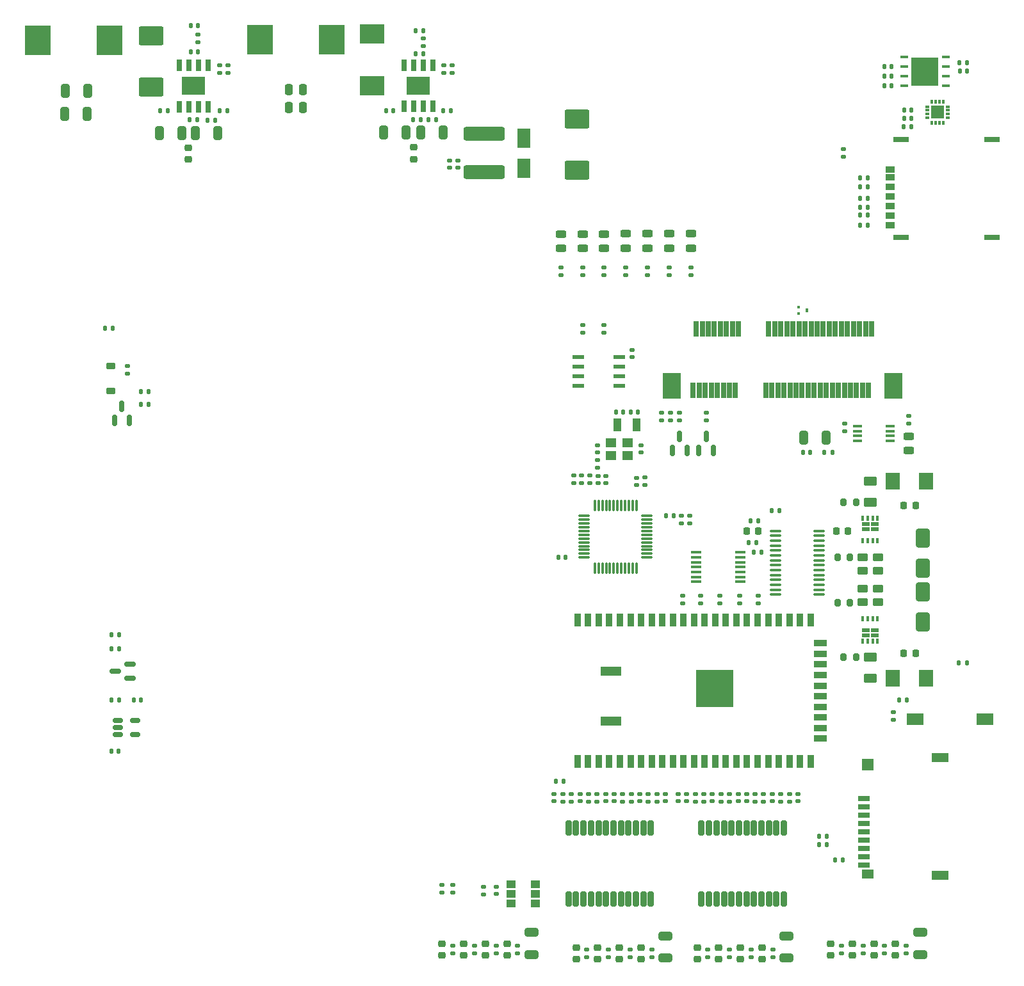
<source format=gtp>
G04 #@! TF.GenerationSoftware,KiCad,Pcbnew,7.0.6-0*
G04 #@! TF.CreationDate,2023-12-12T12:04:17-03:00*
G04 #@! TF.ProjectId,nervosinho_rev2.4,6e657276-6f73-4696-9e68-6f5f72657632,rev?*
G04 #@! TF.SameCoordinates,Original*
G04 #@! TF.FileFunction,Paste,Top*
G04 #@! TF.FilePolarity,Positive*
%FSLAX46Y46*%
G04 Gerber Fmt 4.6, Leading zero omitted, Abs format (unit mm)*
G04 Created by KiCad (PCBNEW 7.0.6-0) date 2023-12-12 12:04:17*
%MOMM*%
%LPD*%
G01*
G04 APERTURE LIST*
G04 Aperture macros list*
%AMRoundRect*
0 Rectangle with rounded corners*
0 $1 Rounding radius*
0 $2 $3 $4 $5 $6 $7 $8 $9 X,Y pos of 4 corners*
0 Add a 4 corners polygon primitive as box body*
4,1,4,$2,$3,$4,$5,$6,$7,$8,$9,$2,$3,0*
0 Add four circle primitives for the rounded corners*
1,1,$1+$1,$2,$3*
1,1,$1+$1,$4,$5*
1,1,$1+$1,$6,$7*
1,1,$1+$1,$8,$9*
0 Add four rect primitives between the rounded corners*
20,1,$1+$1,$2,$3,$4,$5,0*
20,1,$1+$1,$4,$5,$6,$7,0*
20,1,$1+$1,$6,$7,$8,$9,0*
20,1,$1+$1,$8,$9,$2,$3,0*%
G04 Aperture macros list end*
%ADD10R,0.660400X2.108200*%
%ADD11R,2.438400X3.352800*%
%ADD12RoundRect,0.225000X0.250000X-0.225000X0.250000X0.225000X-0.250000X0.225000X-0.250000X-0.225000X0*%
%ADD13R,1.000000X1.800000*%
%ADD14R,1.270000X1.000000*%
%ADD15RoundRect,0.135000X0.185000X-0.135000X0.185000X0.135000X-0.185000X0.135000X-0.185000X-0.135000X0*%
%ADD16RoundRect,0.140000X-0.140000X-0.170000X0.140000X-0.170000X0.140000X0.170000X-0.140000X0.170000X0*%
%ADD17RoundRect,0.135000X-0.185000X0.135000X-0.185000X-0.135000X0.185000X-0.135000X0.185000X0.135000X0*%
%ADD18RoundRect,0.140000X0.170000X-0.140000X0.170000X0.140000X-0.170000X0.140000X-0.170000X-0.140000X0*%
%ADD19RoundRect,0.140000X0.140000X0.170000X-0.140000X0.170000X-0.140000X-0.170000X0.140000X-0.170000X0*%
%ADD20RoundRect,0.135000X0.135000X0.185000X-0.135000X0.185000X-0.135000X-0.185000X0.135000X-0.185000X0*%
%ADD21RoundRect,0.140000X-0.170000X0.140000X-0.170000X-0.140000X0.170000X-0.140000X0.170000X0.140000X0*%
%ADD22RoundRect,0.135000X-0.135000X-0.185000X0.135000X-0.185000X0.135000X0.185000X-0.135000X0.185000X0*%
%ADD23RoundRect,0.100000X-0.637500X-0.100000X0.637500X-0.100000X0.637500X0.100000X-0.637500X0.100000X0*%
%ADD24RoundRect,0.243750X0.456250X-0.243750X0.456250X0.243750X-0.456250X0.243750X-0.456250X-0.243750X0*%
%ADD25RoundRect,0.250000X-0.325000X-0.650000X0.325000X-0.650000X0.325000X0.650000X-0.325000X0.650000X0*%
%ADD26RoundRect,0.147500X0.172500X-0.147500X0.172500X0.147500X-0.172500X0.147500X-0.172500X-0.147500X0*%
%ADD27R,0.650000X1.525000*%
%ADD28R,3.100000X2.400000*%
%ADD29R,0.450000X0.400000*%
%ADD30R,0.450000X0.500000*%
%ADD31RoundRect,0.195000X-0.195000X0.805000X-0.195000X-0.805000X0.195000X-0.805000X0.195000X0.805000X0*%
%ADD32RoundRect,0.147500X-0.147500X-0.172500X0.147500X-0.172500X0.147500X0.172500X-0.147500X0.172500X0*%
%ADD33R,1.800000X2.500000*%
%ADD34R,0.300000X0.570000*%
%ADD35R,0.570000X0.300000*%
%ADD36R,1.750000X1.750000*%
%ADD37RoundRect,0.218750X0.256250X-0.218750X0.256250X0.218750X-0.256250X0.218750X-0.256250X-0.218750X0*%
%ADD38R,1.879600X2.260600*%
%ADD39RoundRect,0.225000X-0.375000X0.225000X-0.375000X-0.225000X0.375000X-0.225000X0.375000X0.225000X0*%
%ADD40R,1.600000X0.600000*%
%ADD41R,1.550000X0.600000*%
%ADD42RoundRect,0.200000X-0.200000X-0.275000X0.200000X-0.275000X0.200000X0.275000X-0.200000X0.275000X0*%
%ADD43RoundRect,0.225000X0.225000X0.250000X-0.225000X0.250000X-0.225000X-0.250000X0.225000X-0.250000X0*%
%ADD44RoundRect,0.250000X-0.450000X0.262500X-0.450000X-0.262500X0.450000X-0.262500X0.450000X0.262500X0*%
%ADD45R,3.500000X4.000000*%
%ADD46R,1.000000X0.600000*%
%ADD47R,0.420000X0.700000*%
%ADD48RoundRect,0.243750X-0.456250X0.243750X-0.456250X-0.243750X0.456250X-0.243750X0.456250X0.243750X0*%
%ADD49RoundRect,0.250000X-0.650000X0.325000X-0.650000X-0.325000X0.650000X-0.325000X0.650000X0.325000X0*%
%ADD50R,1.600200X0.711200*%
%ADD51R,1.498600X1.193800*%
%ADD52R,2.209800X1.193800*%
%ADD53R,1.498600X1.600200*%
%ADD54RoundRect,0.250000X0.625000X-0.375000X0.625000X0.375000X-0.625000X0.375000X-0.625000X-0.375000X0*%
%ADD55RoundRect,0.250000X0.325000X0.650000X-0.325000X0.650000X-0.325000X-0.650000X0.325000X-0.650000X0*%
%ADD56R,3.300000X2.500000*%
%ADD57RoundRect,0.075000X-0.075000X0.662500X-0.075000X-0.662500X0.075000X-0.662500X0.075000X0.662500X0*%
%ADD58RoundRect,0.075000X-0.662500X0.075000X-0.662500X-0.075000X0.662500X-0.075000X0.662500X0.075000X0*%
%ADD59RoundRect,0.150000X0.587500X0.150000X-0.587500X0.150000X-0.587500X-0.150000X0.587500X-0.150000X0*%
%ADD60RoundRect,0.250000X0.650000X-1.000000X0.650000X1.000000X-0.650000X1.000000X-0.650000X-1.000000X0*%
%ADD61R,1.150000X0.350000*%
%ADD62RoundRect,0.250000X0.250000X0.475000X-0.250000X0.475000X-0.250000X-0.475000X0.250000X-0.475000X0*%
%ADD63RoundRect,0.250000X1.400000X1.000000X-1.400000X1.000000X-1.400000X-1.000000X1.400000X-1.000000X0*%
%ADD64RoundRect,0.225000X-0.225000X-0.250000X0.225000X-0.250000X0.225000X0.250000X-0.225000X0.250000X0*%
%ADD65RoundRect,0.150000X0.150000X-0.587500X0.150000X0.587500X-0.150000X0.587500X-0.150000X-0.587500X0*%
%ADD66RoundRect,0.150000X-0.512500X-0.150000X0.512500X-0.150000X0.512500X0.150000X-0.512500X0.150000X0*%
%ADD67RoundRect,0.250000X-1.400000X-1.000000X1.400000X-1.000000X1.400000X1.000000X-1.400000X1.000000X0*%
%ADD68R,1.400000X1.200000*%
%ADD69R,1.143000X0.812800*%
%ADD70R,2.108200X0.711200*%
%ADD71RoundRect,0.147500X-0.172500X0.147500X-0.172500X-0.147500X0.172500X-0.147500X0.172500X0.147500X0*%
%ADD72R,2.180000X1.600000*%
%ADD73R,1.409700X0.355600*%
%ADD74RoundRect,0.250000X2.450000X-0.650000X2.450000X0.650000X-2.450000X0.650000X-2.450000X-0.650000X0*%
%ADD75R,0.900000X1.800000*%
%ADD76R,1.800000X0.900000*%
%ADD77R,5.000000X5.000000*%
%ADD78R,2.700000X1.200000*%
%ADD79R,1.112398X0.457200*%
%ADD80R,3.606800X3.708400*%
%ADD81RoundRect,0.250000X-0.650000X1.000000X-0.650000X-1.000000X0.650000X-1.000000X0.650000X1.000000X0*%
%ADD82RoundRect,0.250000X-0.625000X0.375000X-0.625000X-0.375000X0.625000X-0.375000X0.625000X0.375000X0*%
G04 APERTURE END LIST*
G36*
X121943978Y-19491793D02*
G01*
X120340578Y-19491793D01*
X120340578Y-17837593D01*
X121943978Y-17837593D01*
X121943978Y-19491793D01*
G37*
G36*
X121943978Y-17637593D02*
G01*
X120340578Y-17637593D01*
X120340578Y-15983393D01*
X121943978Y-15983393D01*
X121943978Y-17637593D01*
G37*
G36*
X120140578Y-19491793D02*
G01*
X118537178Y-19491793D01*
X118537178Y-17837593D01*
X120140578Y-17837593D01*
X120140578Y-19491793D01*
G37*
G36*
X120140578Y-17637593D02*
G01*
X118537178Y-17637593D01*
X118537178Y-15983393D01*
X120140578Y-15983393D01*
X120140578Y-17637593D01*
G37*
D10*
X89598998Y-59942001D03*
X89999000Y-51742000D03*
X90398999Y-59942001D03*
X90798998Y-51742000D03*
X91199000Y-59942001D03*
X91598999Y-51742000D03*
X91998998Y-59942001D03*
X92398998Y-51742000D03*
X92798999Y-59942001D03*
X93198998Y-51742000D03*
X93598998Y-59942001D03*
X93998999Y-51742000D03*
X94398999Y-59942001D03*
X94798998Y-51742000D03*
X95198997Y-59942001D03*
X95598999Y-51742000D03*
X99198998Y-59942001D03*
X99598997Y-51742000D03*
X99998999Y-59942001D03*
X100398998Y-51742000D03*
X100798997Y-59942001D03*
X101198999Y-51742000D03*
X101598998Y-59942001D03*
X101998997Y-51742000D03*
X102398997Y-59942001D03*
X102798998Y-51742000D03*
X103198998Y-59942001D03*
X103598997Y-51742000D03*
X103998999Y-59942001D03*
X104398998Y-51742000D03*
X104798997Y-59942001D03*
X105198999Y-51742000D03*
X105598998Y-59942001D03*
X105998997Y-51742000D03*
X106398996Y-59942001D03*
X106798998Y-51742000D03*
X107198997Y-59942001D03*
X107598996Y-51742000D03*
X107998998Y-59942001D03*
X108398997Y-51742000D03*
X108798997Y-59942001D03*
X109198996Y-51742000D03*
X109598998Y-59942001D03*
X109998997Y-51742000D03*
X110398996Y-59942001D03*
X110798998Y-51742000D03*
X111198997Y-59942001D03*
X111598996Y-51742000D03*
X111998998Y-59942001D03*
X112398997Y-51742000D03*
X112798996Y-59942001D03*
X113198995Y-51742000D03*
D11*
X86749002Y-59319701D03*
X116048994Y-59319701D03*
D12*
X79835716Y-135163813D03*
X79835716Y-133613813D03*
D13*
X79601980Y-64481773D03*
X82101980Y-64481773D03*
D14*
X68754000Y-127769000D03*
X68754000Y-126499000D03*
X68754000Y-125229000D03*
X65554000Y-125229000D03*
X65554000Y-126499000D03*
X65554000Y-127769000D03*
D15*
X28123573Y-17936573D03*
X28123573Y-16916573D03*
D16*
X124848702Y-17642593D03*
X125808702Y-17642593D03*
D17*
X75551074Y-133878813D03*
X75551074Y-134898813D03*
D18*
X77011980Y-72165441D03*
X77011980Y-71205441D03*
D19*
X24163573Y-15155573D03*
X23203573Y-15155573D03*
D12*
X113495716Y-134676773D03*
X113495716Y-133126773D03*
D20*
X109395000Y-122082000D03*
X108375000Y-122082000D03*
X100980000Y-75836000D03*
X99960000Y-75836000D03*
D15*
X74967921Y-44675573D03*
X74967921Y-43655573D03*
D16*
X79381980Y-62751773D03*
X80341980Y-62751773D03*
D19*
X49958573Y-22906773D03*
X48998573Y-22906773D03*
D17*
X81263930Y-133878813D03*
X81263930Y-134898813D03*
D21*
X109642821Y-64319872D03*
X109642821Y-65279872D03*
D22*
X25411573Y-24211973D03*
X26431573Y-24211973D03*
D23*
X100505491Y-78494273D03*
X100505491Y-79144273D03*
X100505491Y-79794273D03*
X100505491Y-80444273D03*
X100505491Y-81094273D03*
X100505491Y-81744273D03*
X100505491Y-82394273D03*
X100505491Y-83044273D03*
X100505491Y-83694273D03*
X100505491Y-84344273D03*
X100505491Y-84994273D03*
X100505491Y-85644273D03*
X100505491Y-86294273D03*
X100505491Y-86944273D03*
X106230491Y-86944273D03*
X106230491Y-86294273D03*
X106230491Y-85644273D03*
X106230491Y-84994273D03*
X106230491Y-84344273D03*
X106230491Y-83694273D03*
X106230491Y-83044273D03*
X106230491Y-82394273D03*
X106230491Y-81744273D03*
X106230491Y-81094273D03*
X106230491Y-80444273D03*
X106230491Y-79794273D03*
X106230491Y-79144273D03*
X106230491Y-78494273D03*
D24*
X118101021Y-67870972D03*
X118101021Y-65995972D03*
D19*
X82321980Y-62751773D03*
X81361980Y-62751773D03*
D25*
X6541573Y-23307973D03*
X9491573Y-23307973D03*
D17*
X78407502Y-133878813D03*
X78407502Y-134898813D03*
D25*
X48665573Y-25807573D03*
X51615573Y-25807573D03*
D26*
X61873000Y-126599000D03*
X61873000Y-125629000D03*
D21*
X103445051Y-113330057D03*
X103445051Y-114290057D03*
D27*
X21628573Y-22354973D03*
X22898573Y-22354973D03*
X24168573Y-22354973D03*
X25438573Y-22354973D03*
X25438573Y-16930973D03*
X24168573Y-16930973D03*
X22898573Y-16930973D03*
X21628573Y-16930973D03*
D28*
X23533573Y-19642973D03*
D17*
X63553930Y-133391773D03*
X63553930Y-134411773D03*
D22*
X111671279Y-35647593D03*
X112691279Y-35647593D03*
D15*
X91020435Y-114320057D03*
X91020435Y-113300057D03*
D12*
X92976787Y-135163813D03*
X92976787Y-133613813D03*
D16*
X86032804Y-76531773D03*
X86992804Y-76531773D03*
D18*
X81518573Y-55516773D03*
X81518573Y-54556773D03*
D29*
X103516998Y-48929419D03*
X103516998Y-49729419D03*
D30*
X104666998Y-49329419D03*
D31*
X101598573Y-117850183D03*
X100608573Y-117850183D03*
X99618573Y-117850183D03*
X98628573Y-117850183D03*
X97638573Y-117850183D03*
X96648573Y-117850183D03*
X95658573Y-117850183D03*
X94668573Y-117850183D03*
X93678573Y-117850183D03*
X92688573Y-117850183D03*
X91698573Y-117850183D03*
X90708573Y-117850183D03*
X90708573Y-127250183D03*
X91698573Y-127250183D03*
X92688573Y-127250183D03*
X93678573Y-127250183D03*
X94668573Y-127250183D03*
X95658573Y-127250183D03*
X96648573Y-127250183D03*
X97638573Y-127250183D03*
X98628573Y-127250183D03*
X99618573Y-127250183D03*
X100608573Y-127250183D03*
X101598573Y-127250183D03*
D32*
X97618573Y-81346773D03*
X98588573Y-81346773D03*
D33*
X67178573Y-30511773D03*
X67178573Y-26511773D03*
D17*
X116068000Y-102496000D03*
X116068000Y-103516000D03*
D34*
X121154464Y-24472593D03*
X121654464Y-24472593D03*
X122154464Y-24472593D03*
X122654464Y-24472593D03*
D35*
X123269464Y-23857593D03*
X123269464Y-23357593D03*
X123269464Y-22857593D03*
X123269464Y-22357593D03*
D34*
X122654464Y-21742593D03*
X122154464Y-21742593D03*
X121654464Y-21742593D03*
X121154464Y-21742593D03*
D35*
X120539464Y-22357593D03*
X120539464Y-22857593D03*
X120539464Y-23357593D03*
X120539464Y-23857593D03*
D36*
X121904464Y-23107593D03*
D15*
X72366265Y-114320057D03*
X72366265Y-113300057D03*
X88083573Y-77506773D03*
X88083573Y-76486773D03*
D12*
X107782860Y-134676773D03*
X107782860Y-133126773D03*
D16*
X15625000Y-100861000D03*
X16585000Y-100861000D03*
D37*
X52635973Y-29345073D03*
X52635973Y-27770073D03*
D21*
X63606000Y-125593000D03*
X63606000Y-126553000D03*
D32*
X97223573Y-77161773D03*
X98193573Y-77161773D03*
X104106473Y-68095796D03*
X105076473Y-68095796D03*
D15*
X80712031Y-44672711D03*
X80712031Y-43652711D03*
D18*
X73783573Y-72156773D03*
X73783573Y-71196773D03*
D38*
X120428373Y-98011773D03*
X116008773Y-98011773D03*
D37*
X22888573Y-29368073D03*
X22888573Y-27793073D03*
D15*
X24164573Y-13863573D03*
X24164573Y-12843573D03*
D18*
X82101980Y-72450350D03*
X82101980Y-71490350D03*
D39*
X12604573Y-56692573D03*
X12604573Y-59992573D03*
D17*
X90592000Y-87096000D03*
X90592000Y-88116000D03*
D20*
X107240181Y-118926773D03*
X106220181Y-118926773D03*
D17*
X94413511Y-113300057D03*
X94413511Y-114320057D03*
D15*
X81407801Y-114320057D03*
X81407801Y-113300057D03*
D18*
X58463573Y-30441773D03*
X58463573Y-29481773D03*
D17*
X101179663Y-113300057D03*
X101179663Y-114320057D03*
D40*
X74418573Y-55511773D03*
D41*
X74418573Y-56781773D03*
X74418573Y-58051773D03*
X74418573Y-59321773D03*
X79818573Y-59321773D03*
X79818573Y-58051773D03*
X79818573Y-56781773D03*
X79818573Y-55511773D03*
D19*
X112661279Y-38017593D03*
X111701279Y-38017593D03*
D17*
X74863573Y-71166773D03*
X74863573Y-72186773D03*
X57841074Y-125341000D03*
X57841074Y-126361000D03*
D12*
X110639288Y-134676773D03*
X110639288Y-133126773D03*
D42*
X109476173Y-74726773D03*
X111126173Y-74726773D03*
D17*
X102317355Y-113300057D03*
X102317355Y-114320057D03*
D19*
X72728573Y-82031773D03*
X71768573Y-82031773D03*
D18*
X100051971Y-114290057D03*
X100051971Y-113330057D03*
D43*
X118993573Y-94734273D03*
X117443573Y-94734273D03*
D17*
X76897033Y-113300057D03*
X76897033Y-114320057D03*
D44*
X112032373Y-81989273D03*
X112032373Y-83814273D03*
D15*
X97786587Y-114320057D03*
X97786587Y-113300057D03*
D45*
X12435573Y-13614973D03*
X2935573Y-13614973D03*
D21*
X82738707Y-67191773D03*
X82738707Y-68151773D03*
D22*
X117444578Y-25002593D03*
X118464578Y-25002593D03*
D25*
X19053573Y-25896573D03*
X22003573Y-25896573D03*
D32*
X117469578Y-22857593D03*
X118439578Y-22857593D03*
D46*
X112453573Y-78280393D03*
X113583573Y-78280393D03*
X112453573Y-77570393D03*
X113583573Y-77570393D03*
D47*
X112043573Y-76800393D03*
X112693573Y-76800393D03*
X113343573Y-76800393D03*
X113993573Y-76800393D03*
X112043573Y-79800393D03*
X112693573Y-79800393D03*
X113343573Y-79800393D03*
X113993573Y-79800393D03*
D19*
X115845780Y-18372593D03*
X114885780Y-18372593D03*
D15*
X77839976Y-44681773D03*
X77839976Y-43661773D03*
D17*
X93275819Y-113300057D03*
X93275819Y-114320057D03*
D20*
X107240181Y-119986773D03*
X106220181Y-119986773D03*
D48*
X80712031Y-39195073D03*
X80712031Y-41070073D03*
D16*
X52931173Y-15344373D03*
X53891173Y-15344373D03*
D22*
X12675000Y-100861000D03*
X13695000Y-100861000D03*
D15*
X85445373Y-63884554D03*
X85445373Y-62864554D03*
D18*
X78024725Y-114290057D03*
X78024725Y-113330057D03*
D49*
X119628573Y-131606773D03*
X119628573Y-134556773D03*
D12*
X56412860Y-134676773D03*
X56412860Y-133126773D03*
D26*
X83191980Y-72425350D03*
X83191980Y-71455350D03*
D17*
X112067502Y-133391773D03*
X112067502Y-134411773D03*
D50*
X112172619Y-113913296D03*
X112172619Y-115013296D03*
X112172619Y-116113297D03*
X112172619Y-117213297D03*
X112172619Y-118313297D03*
X112172619Y-119413295D03*
X112172619Y-120513295D03*
X112172619Y-121613296D03*
X112172619Y-122713296D03*
D51*
X112678619Y-123910296D03*
D52*
X122272619Y-124040296D03*
D53*
X112673619Y-109440296D03*
D52*
X122272619Y-108540296D03*
D12*
X59269288Y-134676773D03*
X59269288Y-133126773D03*
D44*
X112032373Y-86143394D03*
X112032373Y-87968394D03*
D54*
X113018573Y-74725393D03*
X113018573Y-71925393D03*
D48*
X72095866Y-39204135D03*
X72095866Y-41079135D03*
D17*
X26987573Y-16909573D03*
X26987573Y-17929573D03*
D55*
X9543573Y-20273973D03*
X6593573Y-20273973D03*
D25*
X23810573Y-25896573D03*
X26760573Y-25896573D03*
D49*
X101966072Y-132093813D03*
X101966072Y-135043813D03*
D20*
X17597000Y-61785000D03*
X16577000Y-61785000D03*
D56*
X47127373Y-19632573D03*
X47137373Y-12732573D03*
D22*
X111671279Y-31797593D03*
X112691279Y-31797593D03*
D57*
X82101980Y-75109273D03*
X81601980Y-75109273D03*
X81101980Y-75109273D03*
X80601980Y-75109273D03*
X80101980Y-75109273D03*
X79601980Y-75109273D03*
X79101980Y-75109273D03*
X78601980Y-75109273D03*
X78101980Y-75109273D03*
X77601980Y-75109273D03*
X77101980Y-75109273D03*
X76601980Y-75109273D03*
D58*
X75189480Y-76521773D03*
X75189480Y-77021773D03*
X75189480Y-77521773D03*
X75189480Y-78021773D03*
X75189480Y-78521773D03*
X75189480Y-79021773D03*
X75189480Y-79521773D03*
X75189480Y-80021773D03*
X75189480Y-80521773D03*
X75189480Y-81021773D03*
X75189480Y-81521773D03*
X75189480Y-82021773D03*
D57*
X76601980Y-83434273D03*
X77101980Y-83434273D03*
X77601980Y-83434273D03*
X78101980Y-83434273D03*
X78601980Y-83434273D03*
X79101980Y-83434273D03*
X79601980Y-83434273D03*
X80101980Y-83434273D03*
X80601980Y-83434273D03*
X81101980Y-83434273D03*
X81601980Y-83434273D03*
X82101980Y-83434273D03*
D58*
X83514480Y-82021773D03*
X83514480Y-81521773D03*
X83514480Y-81021773D03*
X83514480Y-80521773D03*
X83514480Y-80021773D03*
X83514480Y-79521773D03*
X83514480Y-79021773D03*
X83514480Y-78521773D03*
X83514480Y-78021773D03*
X83514480Y-77521773D03*
X83514480Y-77021773D03*
X83514480Y-76521773D03*
D15*
X86456141Y-44672711D03*
X86456141Y-43652711D03*
D17*
X56412860Y-125376000D03*
X56412860Y-126396000D03*
D16*
X52931173Y-12300373D03*
X53891173Y-12300373D03*
D19*
X72428573Y-111651773D03*
X71468573Y-111651773D03*
D59*
X15112500Y-98011000D03*
X15112500Y-96111000D03*
X13237500Y-97061000D03*
D12*
X90120359Y-135163813D03*
X90120359Y-133613813D03*
D16*
X12685000Y-107644000D03*
X13645000Y-107644000D03*
D18*
X76965254Y-68151773D03*
X76965254Y-67191773D03*
D17*
X98226000Y-87096000D03*
X98226000Y-88116000D03*
D18*
X57388573Y-30441773D03*
X57388573Y-29481773D03*
D60*
X119951173Y-90534273D03*
X119951173Y-86534273D03*
D26*
X87660418Y-114295057D03*
X87660418Y-113325057D03*
D17*
X117780358Y-133391773D03*
X117780358Y-134411773D03*
D19*
X112661279Y-34537593D03*
X111701279Y-34537593D03*
X112661279Y-36727593D03*
X111701279Y-36727593D03*
D61*
X111303221Y-64637672D03*
X111303221Y-65287672D03*
X111303221Y-65937672D03*
X111303221Y-66587672D03*
X115653221Y-66587672D03*
X115653221Y-65937672D03*
X115653221Y-65287672D03*
X115653221Y-64637672D03*
D21*
X78081980Y-71205441D03*
X78081980Y-72165441D03*
D48*
X89328199Y-39195073D03*
X89328199Y-41070073D03*
D12*
X95833215Y-135163813D03*
X95833215Y-133613813D03*
D62*
X38003573Y-22481773D03*
X36103573Y-22481773D03*
D20*
X17597000Y-60109000D03*
X16577000Y-60109000D03*
D12*
X74122860Y-135163813D03*
X74122860Y-133613813D03*
D63*
X74223573Y-30815273D03*
X74223573Y-24015273D03*
D64*
X117443573Y-75154273D03*
X118993573Y-75154273D03*
D43*
X110083573Y-78491773D03*
X108533573Y-78491773D03*
D17*
X57841074Y-133391773D03*
X57841074Y-134411773D03*
D21*
X88755051Y-113330057D03*
X88755051Y-114290057D03*
D42*
X108696173Y-88004273D03*
X110346173Y-88004273D03*
D17*
X93158000Y-87096000D03*
X93158000Y-88116000D03*
D18*
X82535493Y-114290057D03*
X82535493Y-113330057D03*
D20*
X13695000Y-94079000D03*
X12675000Y-94079000D03*
D22*
X56518573Y-22881773D03*
X57538573Y-22881773D03*
D45*
X41803573Y-13490173D03*
X32303573Y-13490173D03*
D49*
X68258573Y-131606773D03*
X68258573Y-134556773D03*
D17*
X60697502Y-133391773D03*
X60697502Y-134411773D03*
D15*
X73503957Y-114320057D03*
X73503957Y-113300057D03*
D17*
X91312773Y-62864554D03*
X91312773Y-63884554D03*
D12*
X82692144Y-135163813D03*
X82692144Y-133613813D03*
D65*
X86882973Y-67888296D03*
X88782973Y-67888296D03*
X87832973Y-66013296D03*
D17*
X87832973Y-62864554D03*
X87832973Y-63884554D03*
D48*
X86456141Y-39195073D03*
X86456141Y-41070073D03*
D44*
X114021173Y-86133394D03*
X114021173Y-87958394D03*
D66*
X13556500Y-103587000D03*
X13556500Y-104537000D03*
X13556500Y-105487000D03*
X15831500Y-105487000D03*
X15831500Y-103587000D03*
D15*
X89882743Y-114320057D03*
X89882743Y-113300057D03*
D67*
X17982573Y-12993973D03*
X17982573Y-19793973D03*
D17*
X97261429Y-133878813D03*
X97261429Y-134898813D03*
X118101021Y-63324672D03*
X118101021Y-64344672D03*
D22*
X22992573Y-24062573D03*
X24012573Y-24062573D03*
D20*
X117883573Y-100876773D03*
X116863573Y-100876773D03*
D68*
X78751980Y-68521773D03*
X80951980Y-68521773D03*
X80951980Y-66821773D03*
X78751980Y-66821773D03*
D20*
X13695000Y-92224000D03*
X12675000Y-92224000D03*
D21*
X71238573Y-113330057D03*
X71238573Y-114290057D03*
D17*
X57729173Y-16917173D03*
X57729173Y-17937173D03*
D18*
X95541203Y-114290057D03*
X95541203Y-113330057D03*
D31*
X84013573Y-117780183D03*
X83023573Y-117780183D03*
X82033573Y-117780183D03*
X81043573Y-117780183D03*
X80053573Y-117780183D03*
X79063573Y-117780183D03*
X78073573Y-117780183D03*
X77083573Y-117780183D03*
X76093573Y-117780183D03*
X75103573Y-117780183D03*
X74113573Y-117780183D03*
X73123573Y-117780183D03*
X73123573Y-127180183D03*
X74113573Y-127180183D03*
X75103573Y-127180183D03*
X76093573Y-127180183D03*
X77083573Y-127180183D03*
X78073573Y-127180183D03*
X79063573Y-127180183D03*
X80053573Y-127180183D03*
X81043573Y-127180183D03*
X82033573Y-127180183D03*
X83023573Y-127180183D03*
X84013573Y-127180183D03*
D55*
X107209473Y-66165396D03*
X104259473Y-66165396D03*
D15*
X86613773Y-63884554D03*
X86613773Y-62864554D03*
D20*
X97926173Y-80012136D03*
X96906173Y-80012136D03*
D15*
X80270109Y-114320057D03*
X80270109Y-113300057D03*
D22*
X26974573Y-22877973D03*
X27994573Y-22877973D03*
D15*
X72095866Y-44681773D03*
X72095866Y-43661773D03*
D12*
X76979288Y-135163813D03*
X76979288Y-133613813D03*
D42*
X108696173Y-81964273D03*
X110346173Y-81964273D03*
D69*
X115629578Y-32937593D03*
X115629578Y-35477593D03*
X115629578Y-38017593D03*
X115629578Y-31667593D03*
X115629578Y-34207593D03*
X115629578Y-36747593D03*
X115629578Y-30717593D03*
D70*
X117109639Y-39687593D03*
X117109639Y-26687593D03*
X129109580Y-39687593D03*
X129109580Y-26687593D03*
D21*
X85928573Y-113330057D03*
X85928573Y-114290057D03*
X96658895Y-113330057D03*
X96658895Y-114290057D03*
D15*
X76965254Y-70181773D03*
X76965254Y-69161773D03*
D17*
X83663185Y-113300057D03*
X83663185Y-114320057D03*
D64*
X96641173Y-78514273D03*
X98191173Y-78514273D03*
D42*
X109476173Y-95214273D03*
X111126173Y-95214273D03*
D19*
X112661279Y-32937593D03*
X111701279Y-32937593D03*
D22*
X52608573Y-24056773D03*
X53628573Y-24056773D03*
D19*
X20103573Y-22903973D03*
X19143573Y-22903973D03*
D71*
X75921980Y-71190441D03*
X75921980Y-72160441D03*
D48*
X83584086Y-39195073D03*
X83584086Y-41070073D03*
D19*
X118434578Y-23930093D03*
X117474578Y-23930093D03*
X115845780Y-19642593D03*
X114885780Y-19642593D03*
D12*
X116352144Y-134676773D03*
X116352144Y-133126773D03*
X62125716Y-134676773D03*
X62125716Y-133126773D03*
D16*
X23204573Y-11626573D03*
X24164573Y-11626573D03*
D21*
X74631649Y-113330057D03*
X74631649Y-114290057D03*
X79142417Y-113330057D03*
X79142417Y-114290057D03*
D65*
X90362773Y-67888296D03*
X92262773Y-67888296D03*
X91312773Y-66013296D03*
D22*
X11881573Y-51699573D03*
X12901573Y-51699573D03*
D21*
X92148127Y-113330057D03*
X92148127Y-114290057D03*
D72*
X118970000Y-103393000D03*
X128150000Y-103393000D03*
D17*
X84800877Y-113300057D03*
X84800877Y-114320057D03*
D22*
X124745000Y-95972000D03*
X125765000Y-95972000D03*
D49*
X85968573Y-132093813D03*
X85968573Y-135043813D03*
D17*
X66410358Y-133391773D03*
X66410358Y-134411773D03*
X91548573Y-133878813D03*
X91548573Y-134898813D03*
X100117857Y-133878813D03*
X100117857Y-134898813D03*
D15*
X53893773Y-14332373D03*
X53893773Y-13312373D03*
D20*
X107985021Y-68095796D03*
X106965021Y-68095796D03*
D15*
X89328199Y-44672711D03*
X89328199Y-43652711D03*
D17*
X94405001Y-133878813D03*
X94405001Y-134898813D03*
D19*
X115845780Y-17102593D03*
X114885780Y-17102593D03*
D48*
X74967921Y-39215073D03*
X74967921Y-41090073D03*
D62*
X38003573Y-20119573D03*
X36103573Y-20119573D03*
D15*
X109444578Y-28977593D03*
X109444578Y-27957593D03*
X14772573Y-57689573D03*
X14772573Y-56669573D03*
D17*
X84120358Y-133878813D03*
X84120358Y-134898813D03*
D73*
X89960823Y-81346815D03*
X89960823Y-81996801D03*
X89960823Y-82646787D03*
X89960823Y-83296773D03*
X89960823Y-83946759D03*
X89960823Y-84596745D03*
X89960823Y-85246731D03*
X95866323Y-85246731D03*
X95866323Y-84596745D03*
X95866323Y-83946759D03*
X95866323Y-83296773D03*
X95866323Y-82646787D03*
X95866323Y-81996801D03*
X95866323Y-81346815D03*
D74*
X61988573Y-31061773D03*
X61988573Y-25961773D03*
D15*
X83584086Y-44672711D03*
X83584086Y-43652711D03*
D20*
X125838702Y-16562593D03*
X124818702Y-16562593D03*
D17*
X77839976Y-51261000D03*
X77839976Y-52281000D03*
X95725750Y-87096000D03*
X95725750Y-88116000D03*
D44*
X114021173Y-81989273D03*
X114021173Y-83814273D03*
D12*
X98689643Y-135163813D03*
X98689643Y-133613813D03*
D25*
X53612373Y-25809373D03*
X56562373Y-25809373D03*
D75*
X74318573Y-108981773D03*
X75718573Y-108981773D03*
X77118573Y-108981773D03*
X78518573Y-108981773D03*
X79918573Y-108981773D03*
X81318573Y-108981773D03*
X82718573Y-108981773D03*
X84118573Y-108981773D03*
X85518573Y-108981773D03*
X86918573Y-108981773D03*
X88318573Y-108981773D03*
X89718573Y-108981773D03*
X91118573Y-108981773D03*
X92518573Y-108981773D03*
X93918573Y-108981773D03*
X95318573Y-108981773D03*
X96718573Y-108981773D03*
X98118573Y-108981773D03*
X99518573Y-108981773D03*
X100918573Y-108981773D03*
X102318573Y-108981773D03*
X103718573Y-108981773D03*
X105118573Y-108981773D03*
D76*
X106418573Y-105981773D03*
X106418573Y-104581773D03*
X106418573Y-103181773D03*
X106418573Y-101781773D03*
X106418573Y-100381773D03*
X106418573Y-98981773D03*
X106418573Y-97581773D03*
X106418573Y-96181773D03*
X106418573Y-94781773D03*
X106418573Y-93381773D03*
D75*
X105118573Y-90281773D03*
X103718573Y-90281773D03*
X102318573Y-90281773D03*
X100918573Y-90281773D03*
X99518573Y-90281773D03*
X98118573Y-90281773D03*
X96718573Y-90281773D03*
X95318573Y-90281773D03*
X93918573Y-90281773D03*
X92518573Y-90281773D03*
X91118573Y-90281773D03*
X89718573Y-90281773D03*
X88318573Y-90281773D03*
X86918573Y-90281773D03*
X85518573Y-90281773D03*
X84118573Y-90281773D03*
X82718573Y-90281773D03*
X81318573Y-90281773D03*
X79918573Y-90281773D03*
X78518573Y-90281773D03*
X77118573Y-90281773D03*
X75718573Y-90281773D03*
X74318573Y-90281773D03*
D77*
X92418573Y-99381773D03*
D78*
X78718573Y-103681773D03*
X78718573Y-97081773D03*
D17*
X75759341Y-113300057D03*
X75759341Y-114320057D03*
X74967921Y-51261000D03*
X74967921Y-52281000D03*
D48*
X77839976Y-39204135D03*
X77839976Y-41079135D03*
D65*
X13134573Y-63892073D03*
X15034573Y-63892073D03*
X14084573Y-62017073D03*
D21*
X89163573Y-76516773D03*
X89163573Y-77476773D03*
D79*
X122986379Y-19642593D03*
X122986379Y-18372593D03*
X122986379Y-17102593D03*
X122986379Y-15832593D03*
X117494777Y-15832593D03*
X117494777Y-17102593D03*
X117494777Y-18372593D03*
X117494777Y-19642593D03*
D80*
X120240578Y-17737593D03*
D81*
X119951173Y-79436773D03*
X119951173Y-83436773D03*
D27*
X51352521Y-22348973D03*
X52622521Y-22348973D03*
X53892521Y-22348973D03*
X55162521Y-22348973D03*
X55162521Y-16924973D03*
X53892521Y-16924973D03*
X52622521Y-16924973D03*
X51352521Y-16924973D03*
D28*
X53257521Y-19636973D03*
D22*
X54640573Y-24056773D03*
X55660573Y-24056773D03*
D46*
X113583573Y-91630550D03*
X112453573Y-91630550D03*
X113583573Y-92340550D03*
X112453573Y-92340550D03*
D47*
X113993573Y-93110550D03*
X113343573Y-93110550D03*
X112693573Y-93110550D03*
X112043573Y-93110550D03*
X113993573Y-90110550D03*
X113343573Y-90110550D03*
X112693573Y-90110550D03*
X112043573Y-90110550D03*
D82*
X113018573Y-95230550D03*
X113018573Y-98030550D03*
D17*
X88225000Y-87096000D03*
X88225000Y-88116000D03*
D12*
X64982144Y-134676773D03*
X64982144Y-133126773D03*
D38*
X120428373Y-71935393D03*
X116008773Y-71935393D03*
D17*
X56636973Y-16917173D03*
X56636973Y-17937173D03*
X114923930Y-133391773D03*
X114923930Y-134411773D03*
X109211074Y-133391773D03*
X109211074Y-134411773D03*
D15*
X98924279Y-114320057D03*
X98924279Y-113300057D03*
M02*

</source>
